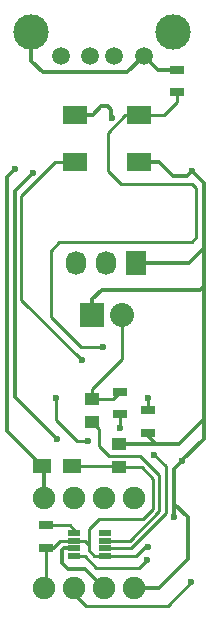
<source format=gbr>
G04 #@! TF.FileFunction,Copper,L2,Bot,Signal*
%FSLAX46Y46*%
G04 Gerber Fmt 4.6, Leading zero omitted, Abs format (unit mm)*
G04 Created by KiCad (PCBNEW 4.0.4-stable) date 12/16/16 21:33:44*
%MOMM*%
%LPD*%
G01*
G04 APERTURE LIST*
%ADD10C,0.100000*%
%ADD11C,1.501140*%
%ADD12C,2.999740*%
%ADD13C,1.905000*%
%ADD14R,1.250000X1.000000*%
%ADD15R,1.500000X1.250000*%
%ADD16R,2.032000X2.032000*%
%ADD17O,2.032000X2.032000*%
%ADD18R,1.727200X2.032000*%
%ADD19O,1.727200X2.032000*%
%ADD20R,1.300000X0.700000*%
%ADD21R,2.000000X1.600000*%
%ADD22R,0.990000X0.480000*%
%ADD23C,0.600000*%
%ADD24C,0.300000*%
%ADD25C,0.250000*%
G04 APERTURE END LIST*
D10*
D11*
X154300000Y-59400000D03*
X151800000Y-59400000D03*
X149800000Y-59400000D03*
X147300000Y-59400000D03*
D12*
X156800000Y-57400000D03*
X144800000Y-57400000D03*
D13*
X145890000Y-104485000D03*
X148430000Y-104485000D03*
X150970000Y-104485000D03*
X153510000Y-104485000D03*
X153510000Y-96865000D03*
X150970000Y-96865000D03*
X148430000Y-96865000D03*
X145890000Y-96865000D03*
D14*
X149940000Y-88450000D03*
X149940000Y-90450000D03*
X152250000Y-92275000D03*
X152250000Y-94275000D03*
D15*
X148225000Y-94175000D03*
X145725000Y-94175000D03*
D16*
X149980000Y-81400000D03*
D17*
X152520000Y-81400000D03*
D18*
X153660000Y-76960000D03*
D19*
X151120000Y-76960000D03*
X148580000Y-76960000D03*
D20*
X152310000Y-89770000D03*
X152310000Y-87870000D03*
X154660000Y-89430000D03*
X154660000Y-91330000D03*
X157110000Y-60590000D03*
X157110000Y-62490000D03*
D21*
X148480000Y-64430000D03*
X153880000Y-64430000D03*
X153880000Y-68430000D03*
X148480000Y-68430000D03*
D22*
X148425000Y-101775000D03*
X148425000Y-101125000D03*
X148425000Y-100475000D03*
X148425000Y-99825000D03*
X151015000Y-99825000D03*
X151015000Y-100475000D03*
X151015000Y-101125000D03*
X151015000Y-101775000D03*
D20*
X146025000Y-101075000D03*
X146025000Y-99175000D03*
D23*
X156910000Y-98470000D03*
X157575000Y-93700000D03*
X158400000Y-69200000D03*
X154590000Y-102110000D03*
X151600000Y-64680000D03*
X146950000Y-91875000D03*
X144950000Y-69325000D03*
X158340000Y-103980000D03*
X155220000Y-93210000D03*
X152290000Y-90960000D03*
X154680000Y-88390000D03*
X150880000Y-84100000D03*
X149090000Y-85220000D03*
X146890000Y-88390000D03*
X149560000Y-92050000D03*
X143425000Y-69000000D03*
X154720000Y-101030000D03*
D24*
X157110000Y-60590000D02*
X155490000Y-60590000D01*
X155490000Y-60590000D02*
X154300000Y-59400000D01*
X154660000Y-91330000D02*
X154660000Y-91610000D01*
X154660000Y-91610000D02*
X155325000Y-92275000D01*
X153880000Y-68430000D02*
X155630000Y-68430000D01*
X157990000Y-69610000D02*
X158400000Y-69200000D01*
X156810000Y-69610000D02*
X157990000Y-69610000D01*
X155630000Y-68430000D02*
X156810000Y-69610000D01*
X153660000Y-76960000D02*
X158120000Y-76960000D01*
X158120000Y-76960000D02*
X159387500Y-75692500D01*
X149980000Y-81400000D02*
X149980000Y-79980000D01*
X159080000Y-79210000D02*
X159387500Y-78902500D01*
X150750000Y-79210000D02*
X159080000Y-79210000D01*
X149980000Y-79980000D02*
X150750000Y-79210000D01*
X158030000Y-98650000D02*
X158030000Y-98460000D01*
X158030000Y-98460000D02*
X156910000Y-97340000D01*
X156910000Y-98470000D02*
X156910000Y-97340000D01*
X156910000Y-97340000D02*
X156910000Y-94365000D01*
X156910000Y-94365000D02*
X157575000Y-93700000D01*
X153510000Y-104485000D02*
X155585000Y-104485000D01*
X158030000Y-102040000D02*
X158030000Y-98650000D01*
X158030000Y-98650000D02*
X158030000Y-98630000D01*
X155585000Y-104485000D02*
X158030000Y-102040000D01*
X148425000Y-101125000D02*
X147550000Y-101125000D01*
X149335000Y-102850000D02*
X150970000Y-104485000D01*
X147875000Y-102850000D02*
X149335000Y-102850000D01*
X147400000Y-102375000D02*
X147875000Y-102850000D01*
X147400000Y-101275000D02*
X147400000Y-102375000D01*
X147550000Y-101125000D02*
X147400000Y-101275000D01*
X159387500Y-90212500D02*
X159387500Y-78902500D01*
X159387500Y-78902500D02*
X159387500Y-75692500D01*
X159387500Y-75692500D02*
X159387500Y-70187500D01*
X159387500Y-70187500D02*
X158400000Y-69200000D01*
X144800000Y-57400000D02*
X144800000Y-59850000D01*
X152900000Y-60800000D02*
X154300000Y-59400000D01*
X145750000Y-60800000D02*
X152900000Y-60800000D01*
X144800000Y-59850000D02*
X145750000Y-60800000D01*
X152250000Y-92275000D02*
X155325000Y-92275000D01*
X155325000Y-92275000D02*
X157325000Y-92275000D01*
X157325000Y-92275000D02*
X159387500Y-90212500D01*
X159387500Y-90212500D02*
X159400000Y-90200000D01*
X157575000Y-93675000D02*
X159400000Y-91850000D01*
X159400000Y-91850000D02*
X159400000Y-90200000D01*
X157575000Y-93700000D02*
X157575000Y-93675000D01*
X157575000Y-93700000D02*
X157562500Y-93687500D01*
X157562500Y-93687500D02*
X157575000Y-93700000D01*
D25*
X148425000Y-101775000D02*
X149305000Y-101775000D01*
X153940000Y-102760000D02*
X154590000Y-102110000D01*
X150290000Y-102760000D02*
X153940000Y-102760000D01*
X149305000Y-101775000D02*
X150290000Y-102760000D01*
X149940000Y-88450000D02*
X151730000Y-88450000D01*
X151730000Y-88450000D02*
X152310000Y-87870000D01*
X152520000Y-81400000D02*
X152520000Y-85080000D01*
X149940000Y-87660000D02*
X149940000Y-88450000D01*
X152520000Y-85080000D02*
X149940000Y-87660000D01*
D24*
X148480000Y-64430000D02*
X150000000Y-64430000D01*
X151580000Y-64660000D02*
X151600000Y-64680000D01*
X151580000Y-63980000D02*
X151580000Y-64660000D01*
X151300000Y-63700000D02*
X151580000Y-63980000D01*
X150730000Y-63700000D02*
X151300000Y-63700000D01*
X150000000Y-64430000D02*
X150730000Y-63700000D01*
X143400000Y-88325000D02*
X146950000Y-91875000D01*
X143400000Y-70875000D02*
X143400000Y-88325000D01*
X144950000Y-69325000D02*
X143400000Y-70875000D01*
D25*
X148430000Y-104485000D02*
X148430000Y-104990000D01*
X148430000Y-104990000D02*
X149420000Y-105980000D01*
X149420000Y-105980000D02*
X156340000Y-105980000D01*
X156340000Y-105980000D02*
X158340000Y-103980000D01*
X152310000Y-89770000D02*
X152310000Y-90940000D01*
X153225000Y-101125000D02*
X151015000Y-101125000D01*
X156180000Y-98170000D02*
X153225000Y-101125000D01*
X156180000Y-94170000D02*
X156180000Y-98170000D01*
X155220000Y-93210000D02*
X156180000Y-94170000D01*
X152310000Y-90940000D02*
X152290000Y-90960000D01*
X154660000Y-88410000D02*
X154660000Y-89430000D01*
X154680000Y-88390000D02*
X154660000Y-88410000D01*
X153880000Y-64430000D02*
X152770000Y-64430000D01*
X148970000Y-84100000D02*
X150880000Y-84100000D01*
X146430000Y-81560000D02*
X148970000Y-84100000D01*
X146430000Y-75910000D02*
X146430000Y-81560000D01*
X147180000Y-75160000D02*
X146430000Y-75910000D01*
X158400000Y-75160000D02*
X147180000Y-75160000D01*
X158770000Y-74790000D02*
X158400000Y-75160000D01*
X158770000Y-70590000D02*
X158770000Y-74790000D01*
X158420000Y-70240000D02*
X158770000Y-70590000D01*
X152360000Y-70240000D02*
X158420000Y-70240000D01*
X151270000Y-69150000D02*
X152360000Y-70240000D01*
X151270000Y-65930000D02*
X151270000Y-69150000D01*
X152770000Y-64430000D02*
X151270000Y-65930000D01*
X153880000Y-64430000D02*
X156050000Y-64430000D01*
X157110000Y-63370000D02*
X157110000Y-62490000D01*
X156050000Y-64430000D02*
X157110000Y-63370000D01*
X148480000Y-68430000D02*
X146780000Y-68430000D01*
X143930000Y-80060000D02*
X149090000Y-85220000D01*
X143930000Y-71280000D02*
X143930000Y-80060000D01*
X146780000Y-68430000D02*
X143930000Y-71280000D01*
X146890000Y-90230000D02*
X146890000Y-88390000D01*
X148670000Y-92010000D02*
X146890000Y-90230000D01*
X149520000Y-92010000D02*
X148670000Y-92010000D01*
X149560000Y-92050000D02*
X149520000Y-92010000D01*
D24*
X142725000Y-91175000D02*
X145725000Y-94175000D01*
X142725000Y-69700000D02*
X142725000Y-91175000D01*
X143425000Y-69000000D02*
X142725000Y-69700000D01*
X145725000Y-94175000D02*
X145700000Y-94175000D01*
X145890000Y-96865000D02*
X145890000Y-94340000D01*
X145890000Y-94340000D02*
X145725000Y-94175000D01*
D25*
X151015000Y-100475000D02*
X153115000Y-100475000D01*
X150540000Y-91050000D02*
X149940000Y-90450000D01*
X150540000Y-92450000D02*
X150540000Y-91050000D01*
X151390000Y-93300000D02*
X150540000Y-92450000D01*
X153970000Y-93300000D02*
X151390000Y-93300000D01*
X155620000Y-94950000D02*
X153970000Y-93300000D01*
X155620000Y-97970000D02*
X155620000Y-94950000D01*
X153115000Y-100475000D02*
X155620000Y-97970000D01*
X151015000Y-101775000D02*
X153645000Y-101775000D01*
X154390000Y-101030000D02*
X154720000Y-101030000D01*
X153645000Y-101775000D02*
X154390000Y-101030000D01*
X155110000Y-95230000D02*
X155110000Y-97760000D01*
X155110000Y-97760000D02*
X154240000Y-98630000D01*
X152250000Y-94275000D02*
X154150000Y-94275000D01*
X149675000Y-99475000D02*
X149675000Y-100825000D01*
X150525000Y-98625000D02*
X149675000Y-99475000D01*
X154240000Y-98630000D02*
X150525000Y-98625000D01*
X154150000Y-94275000D02*
X155110000Y-95230000D01*
X146025000Y-101075000D02*
X146025000Y-104350000D01*
X146025000Y-104350000D02*
X145890000Y-104485000D01*
X146025000Y-101075000D02*
X146600000Y-101075000D01*
X146600000Y-101075000D02*
X147200000Y-100475000D01*
X147200000Y-100475000D02*
X148425000Y-100475000D01*
X148225000Y-94175000D02*
X152150000Y-94175000D01*
X152150000Y-94175000D02*
X152250000Y-94275000D01*
X151015000Y-101775000D02*
X150150000Y-101775000D01*
X150150000Y-101775000D02*
X149675000Y-101300000D01*
X149675000Y-101300000D02*
X149675000Y-100825000D01*
X149325000Y-100475000D02*
X148425000Y-100475000D01*
X149675000Y-100825000D02*
X149325000Y-100475000D01*
X148425000Y-99825000D02*
X148425000Y-99550000D01*
X148050000Y-99175000D02*
X146025000Y-99175000D01*
X148425000Y-99550000D02*
X148050000Y-99175000D01*
M02*

</source>
